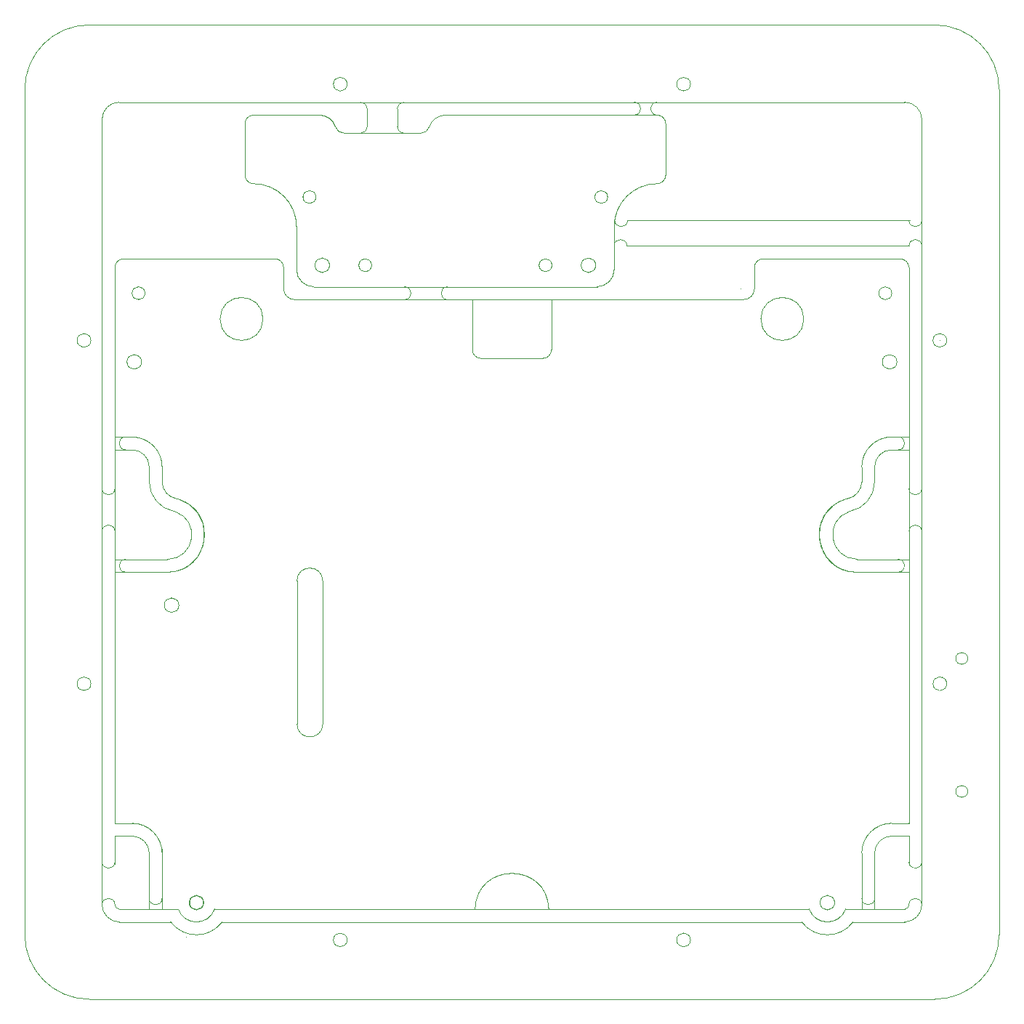
<source format=gko>
G04*
G04 #@! TF.GenerationSoftware,Altium Limited,Altium Designer,24.5.2 (23)*
G04*
G04 Layer_Color=16711935*
%FSLAX44Y44*%
%MOMM*%
G71*
G04*
G04 #@! TF.SameCoordinates,EBE0DA84-5026-4A79-9117-03B61D32DCC8*
G04*
G04*
G04 #@! TF.FilePolarity,Positive*
G04*
G01*
G75*
%ADD78C,0.1000*%
%ADD83C,0.0127*%
%ADD84C,0.0064*%
D78*
X666519Y830000D02*
G03*
X686519Y850000I0J20000D01*
G01*
X316484D02*
G03*
X336484Y830000I20000J0D01*
G01*
X266501Y1030000D02*
G03*
X256501Y1020000I0J-10000D01*
G01*
X361945Y1016000D02*
G03*
X342866Y1030000I-19079J-6000D01*
G01*
X361945Y1016000D02*
G03*
X371484Y1009000I9539J3000D01*
G01*
X461484D02*
G03*
X471023Y1016000I0J10000D01*
G01*
X490102Y1030000D02*
G03*
X471023Y1016000I0J-20000D01*
G01*
X746519Y1020000D02*
G03*
X736519Y1030000I-10000J0D01*
G01*
X316484Y900000D02*
G03*
X266499Y950000I-50000J0D01*
G01*
X256501Y960000D02*
G03*
X266499Y950000I10000J0D01*
G01*
X746551Y1020000D02*
G03*
X746551Y1020000I-32J0D01*
G01*
X338430Y1030000D02*
G03*
X338430Y1030000I-32J0D01*
G01*
X456923Y1009000D02*
G03*
X456923Y1009000I-32J0D01*
G01*
X736519Y950000D02*
G03*
X746519Y960000I0J10000D01*
G01*
X736519Y950000D02*
G03*
X686519Y900000I0J-50000D01*
G01*
X109984Y1045000D02*
G03*
X89984Y1025000I7J-20007D01*
G01*
X1044984Y1025000D02*
G03*
X1024984Y1045000I-20007J-7D01*
G01*
X89984Y110000D02*
G03*
X109984Y90000I20007J7D01*
G01*
X1024984D02*
G03*
X1044984Y110000I-7J20007D01*
G01*
X904984Y90000D02*
G03*
X964984Y90000I30000J22500D01*
G01*
X169984D02*
G03*
X229984Y90000I30000J22500D01*
G01*
X74984Y1135000D02*
G03*
X-16Y1060000I0J-75000D01*
G01*
X1059984Y0D02*
G03*
X1134984Y75000I0J75000D01*
G01*
X1134984Y1060000D02*
G03*
X1059984Y1135000I-75000J0D01*
G01*
X-16Y75000D02*
G03*
X74984Y0I75000J0D01*
G01*
X159984Y602840D02*
G03*
X176554Y583140I19990J-5D01*
G01*
X179224Y582480D02*
G03*
X176554Y583140I-5891J-18100D01*
G01*
X209483Y540999D02*
G03*
X179224Y582480I-43562J0D01*
G01*
X955744D02*
G03*
X957484Y499000I13302J-41481D01*
G01*
X1009984Y655000D02*
G03*
X974984Y620000I-4J-34996D01*
G01*
X1009984Y205000D02*
G03*
X974984Y170000I-4J-34996D01*
G01*
X958414Y583140D02*
G03*
X955744Y582480I3221J-18760D01*
G01*
X958414Y583140D02*
G03*
X974984Y602840I-3420J19695D01*
G01*
X1029921Y205062D02*
G03*
X1029984Y205000I62J0D01*
G01*
Y655000D02*
X1029984Y655000D01*
X955744Y582480D02*
G03*
X969046Y497438I13302J-41481D01*
G01*
X1009984Y655000D02*
G03*
X974984Y620000I-4J-34996D01*
G01*
X1029984Y852468D02*
G03*
X1019984Y862468I-10004J-4D01*
G01*
X710550Y815066D02*
G03*
X710484Y815000I0J-66D01*
G01*
X177484Y499000D02*
G03*
X179224Y582480I-11562J41999D01*
G01*
X159984Y602840D02*
G03*
X176554Y583140I19990J-5D01*
G01*
X179224Y582480D02*
G03*
X176554Y583140I-5891J-18100D01*
G01*
X209483Y540999D02*
G03*
X179224Y582480I-43562J0D01*
G01*
X165922Y497438D02*
G03*
X179224Y582480I0J43562D01*
G01*
X159984Y620000D02*
G03*
X124984Y655000I-34996J4D01*
G01*
X159984Y620000D02*
G03*
X124984Y655000I-34996J4D01*
G01*
X114984Y862500D02*
G03*
X104984Y852500I4J-10004D01*
G01*
X178761Y105026D02*
G03*
X221193Y104989I21223J7474D01*
G01*
X913774D02*
G03*
X956206Y105026I21209J7511D01*
G01*
X104984Y205000D02*
G03*
X105046Y205062I0J62D01*
G01*
X317064Y320620D02*
G03*
X347064Y320620I15000J0D01*
G01*
Y487310D02*
G03*
X317064Y487310I-15000J0D01*
G01*
X610465Y104988D02*
G03*
X524503Y105000I-42982J-1378D01*
G01*
X603484Y746566D02*
G03*
X613484Y756566I0J10000D01*
G01*
X521484D02*
G03*
X531484Y746566I10000J0D01*
G01*
X859980Y862500D02*
G03*
X849980Y852500I4J-10004D01*
G01*
X159984Y602840D02*
G03*
X176554Y583140I19990J-5D01*
G01*
X179224Y582480D02*
G03*
X176554Y583140I-5891J-18100D01*
G01*
X209483Y540999D02*
G03*
X179224Y582480I-43562J0D01*
G01*
X208484Y112500D02*
G03*
X208484Y112500I-8500J0D01*
G01*
X943484D02*
G03*
X943484Y112500I-8500J0D01*
G01*
X1009984Y205000D02*
G03*
X974984Y170000I-4J-34996D01*
G01*
X958414Y583140D02*
G03*
X955744Y582480I3221J-18760D01*
G01*
X958414Y583140D02*
G03*
X974984Y602840I-3420J19695D01*
G01*
X159984Y170000D02*
G03*
X124988Y205000I-34996J4D01*
G01*
X159984Y620000D02*
G03*
X124984Y655000I-34996J4D01*
G01*
X837284Y815066D02*
G03*
X849984Y827766I0J12700D01*
G01*
X301484Y827766D02*
G03*
X314184Y815066I12700J0D01*
G01*
X301488Y852500D02*
G03*
X291488Y862500I-10004J-4D01*
G01*
X736635Y950014D02*
G03*
X746635Y960014I0J10000D01*
G01*
Y1020014D02*
G03*
X736649Y1030000I-9986J0D01*
G01*
X960982Y568351D02*
G03*
X969703Y512595I8721J-27196D01*
G01*
X1009979Y640004D02*
G03*
X989977Y620002I-3J-20000D01*
G01*
X165922Y512439D02*
G03*
X174643Y568195I0J28560D01*
G01*
X165922Y497438D02*
G03*
X179224Y582480I0J43562D01*
G01*
X117484Y512500D02*
G03*
X117484Y497500I0J-7500D01*
G01*
X144988Y620002D02*
G03*
X124986Y640004I-20000J3D01*
G01*
X104984Y545000D02*
G03*
X89984Y545000I-7500J0D01*
G01*
X144973Y602844D02*
G03*
X173986Y568351I35000J-9D01*
G01*
X117484Y512500D02*
G03*
X117484Y497500I0J-7500D01*
G01*
X117423Y655067D02*
G03*
X117423Y640067I0J-7500D01*
G01*
X89984Y595000D02*
G03*
X104984Y595000I7500J0D01*
G01*
X104991Y110006D02*
G03*
X109989Y105007I5000J2D01*
G01*
X144988Y170002D02*
G03*
X124986Y190004I-20000J3D01*
G01*
X144922Y117438D02*
G03*
X159922Y117438I7500J0D01*
G01*
X104991Y110006D02*
G03*
X89991Y110006I-7500J0D01*
G01*
Y160005D02*
G03*
X104991Y160005I7500J0D01*
G01*
X709984Y1030000D02*
G03*
X709984Y1045000I0J7500D01*
G01*
X736519D02*
G03*
X736519Y1030000I0J-7500D01*
G01*
X433806Y1016435D02*
G03*
X441306Y1008935I7500J0D01*
G01*
X441306Y1044935D02*
G03*
X433806Y1037435I0J-7500D01*
G01*
X398984Y1037500D02*
G03*
X391484Y1045000I-7500J0D01*
G01*
X391484Y1009000D02*
G03*
X398984Y1016500I0J7500D01*
G01*
X687250Y907500D02*
G03*
X702250Y907500I7500J0D01*
G01*
X701524Y877500D02*
G03*
X686524Y877500I-7500J0D01*
G01*
X1044984D02*
G03*
X1029984Y877500I-7500J0D01*
G01*
X1029984Y907500D02*
G03*
X1044984Y907500I7500J0D01*
G01*
X492484Y830000D02*
G03*
X492484Y815000I0J-7500D01*
G01*
X442484D02*
G03*
X442484Y830000I0J7500D01*
G01*
X114984Y862500D02*
G03*
X104984Y852500I4J-10004D01*
G01*
X1029977Y160005D02*
G03*
X1044977Y160005I7500J0D01*
G01*
Y110006D02*
G03*
X1029977Y110006I-7500J0D01*
G01*
X975046Y117438D02*
G03*
X990046Y117438I7500J0D01*
G01*
X1009982Y190004D02*
G03*
X989979Y170002I-3J-20000D01*
G01*
X1024978Y105007D02*
G03*
X1029977Y110006I-2J5000D01*
G01*
X1029984Y595000D02*
G03*
X1044984Y595000I7500J0D01*
G01*
X1017544Y640067D02*
G03*
X1017544Y655067I0J7500D01*
G01*
X1017484Y497500D02*
G03*
X1017484Y512500I0J7500D01*
G01*
X1009984Y655000D02*
G03*
X974984Y620000I-4J-34996D01*
G01*
X960982Y568351D02*
G03*
X989994Y602844I-5987J34484D01*
G01*
X955744Y582480D02*
G03*
X969046Y497438I13302J-41481D01*
G01*
X1044984Y545000D02*
G03*
X1029984Y545000I-7500J0D01*
G01*
X109984Y1045000D02*
G03*
X89984Y1025000I7J-20007D01*
G01*
X1044984Y1025000D02*
G03*
X1024984Y1045000I-20007J-7D01*
G01*
X89984Y110000D02*
G03*
X109984Y90000I20007J7D01*
G01*
X1024984D02*
G03*
X1044984Y110000I-7J20007D01*
G01*
X904984Y90000D02*
G03*
X964984Y90000I30000J22500D01*
G01*
X913774Y104989D02*
G03*
X956206Y105026I21209J7511D01*
G01*
X178761D02*
G03*
X221193Y104989I21223J7474D01*
G01*
X169984Y90000D02*
G03*
X229984Y90000I30000J22500D01*
G01*
X177484Y499000D02*
G03*
X179224Y582480I-11562J41999D01*
G01*
X456923Y1009000D02*
G03*
X456923Y1009000I-32J0D01*
G01*
X338430Y1030000D02*
G03*
X338430Y1030000I-32J0D01*
G01*
X746551Y1020000D02*
G03*
X746551Y1020000I-32J0D01*
G01*
X256501Y960000D02*
G03*
X266499Y950000I10000J0D01*
G01*
X316484Y900000D02*
G03*
X266499Y950000I-50000J0D01*
G01*
X746519Y1020000D02*
G03*
X736519Y1030000I-10000J0D01*
G01*
X490102D02*
G03*
X471023Y1016000I0J-20000D01*
G01*
X461484Y1009000D02*
G03*
X471023Y1016000I0J10000D01*
G01*
X361945D02*
G03*
X371484Y1009000I9539J3000D01*
G01*
X361945Y1016000D02*
G03*
X342866Y1030000I-19079J-6000D01*
G01*
X266501D02*
G03*
X256501Y1020000I0J-10000D01*
G01*
X316484Y850000D02*
G03*
X336484Y830000I20000J0D01*
G01*
X666519D02*
G03*
X686519Y850000I0J20000D01*
G01*
X74984Y1135000D02*
G03*
X-16Y1060000I0J-75000D01*
G01*
X1059984Y0D02*
G03*
X1134984Y75000I0J75000D01*
G01*
X1134984Y1060000D02*
G03*
X1059984Y1135000I-75000J0D01*
G01*
X-16Y75000D02*
G03*
X74984Y0I75000J0D01*
G01*
X316484Y850000D02*
Y900000D01*
X256501Y960000D02*
Y1020000D01*
X266501Y1030000D02*
X342866D01*
X371484Y1009000D02*
X401485D01*
X431483D02*
X461484D01*
X686519Y850000D02*
Y900000D01*
X401485Y1009000D02*
X431483D01*
X746519Y960000D02*
Y1020000D01*
X490102Y1030000D02*
X736519D01*
X336484Y830000D02*
X666519D01*
X109984Y90000D02*
X169984D01*
X964984D02*
X1024984D01*
X109984Y1045000D02*
X1024984Y1045000D01*
X89984Y110000D02*
X89984Y1025000D01*
X-16Y75000D02*
Y1060000D01*
X74984Y1135000D02*
X1059984D01*
X1044984Y110000D02*
Y1025000D01*
X1134984Y75000D02*
Y1060000D01*
X229984Y90000D02*
X904984Y90000D01*
X74984Y-0D02*
X1059984D01*
X1009984Y655000D02*
X1029984D01*
X974984Y105000D02*
Y170000D01*
X1009984Y205000D02*
X1022484D01*
X974984Y602840D02*
Y620000D01*
X1029921Y205062D02*
Y497438D01*
X969046D02*
X1029921D01*
X1029984Y655000D02*
Y852468D01*
X104984Y655000D02*
X124984D01*
X159984Y602840D02*
Y620000D01*
Y602840D02*
Y620000D01*
X104984Y655000D02*
Y852500D01*
Y655000D02*
X124984D01*
X159984Y105000D02*
Y174726D01*
X221258Y105000D02*
X524514Y105000D01*
X160010Y105026D02*
X178761D01*
X956206D02*
X974958D01*
X974984Y105000D01*
X105046Y205062D02*
Y497438D01*
X104984Y205000D02*
X124984D01*
X105046Y497438D02*
X165922D01*
X317064Y320620D02*
Y487310D01*
X347064Y320620D02*
Y487310D01*
X1029862Y835698D02*
X1029973Y835809D01*
X104734Y811000D02*
X104965Y811232D01*
X610465Y104989D02*
X913774Y104989D01*
X613484Y756566D02*
Y815066D01*
X531484Y746566D02*
X603484D01*
X521484Y756566D02*
Y815066D01*
X314184D02*
X521484D01*
X613484D02*
X820784D01*
X837284D01*
X1019984Y862468D02*
Y862500D01*
X114984Y862500D02*
X281488D01*
Y862500D01*
X1009984Y655000D02*
X1029984D01*
X104984D02*
X124984D01*
X974984Y105000D02*
Y170000D01*
X1009984Y205000D02*
X1029984D01*
X974984Y602840D02*
Y620000D01*
X159984Y105000D02*
Y170000D01*
Y602840D02*
Y620000D01*
X859980Y862500D02*
X1019984D01*
X849984Y827766D02*
Y852496D01*
X849980Y852500D02*
X849984Y852496D01*
X281488Y862500D02*
X291488D01*
X301488Y827770D02*
Y852504D01*
X746635Y960014D02*
Y1020014D01*
X736519Y1030000D02*
X736649D01*
X89991Y110006D02*
Y160005D01*
X1009984Y204968D02*
X1029984D01*
X974984Y104968D02*
Y169968D01*
X1009984Y654968D02*
X1029984D01*
X105046Y512438D02*
X165922D01*
X105046Y497438D02*
X165922D01*
X1029984Y205000D02*
Y852250D01*
X104984Y205000D02*
Y852250D01*
X144973Y602844D02*
Y620004D01*
X104986Y640004D02*
X124986D01*
X144988Y105004D02*
Y170002D01*
X109989Y105007D02*
X144985D01*
X104988Y190004D02*
X124986D01*
X104988D02*
X104991Y190001D01*
Y157500D02*
Y190001D01*
X144988Y105004D02*
X159988D01*
X433806Y1016435D02*
Y1037435D01*
X398984Y1016500D02*
Y1037500D01*
X401485Y1009000D02*
X431483D01*
X701524Y877500D02*
X1029984D01*
X702250Y907500D02*
X1030710D01*
X974979Y105004D02*
X989979D01*
X1029977Y157500D02*
Y190001D01*
X1029979Y190004D01*
X1009982D02*
X1029979D01*
X989983Y105007D02*
X1024978D01*
X989979Y105004D02*
X989983Y105007D01*
X989979Y105004D02*
Y170002D01*
X1009982Y640004D02*
X1029982D01*
X989994Y602844D02*
Y620004D01*
X969046Y512438D02*
X1029921D01*
X969046Y497438D02*
X1029921D01*
X109984Y90000D02*
X169984D01*
X964984D02*
X1024984D01*
X956329Y105000D02*
X974984D01*
X159984Y105000D02*
X178638D01*
X221258D02*
X913714Y105000D01*
X379388Y815000D02*
X755580Y815000D01*
X336484Y830000D02*
X666519D01*
X490102Y1030000D02*
X736519D01*
X746519Y967300D02*
Y1020000D01*
X686519Y850000D02*
Y900000D01*
X431483Y1009000D02*
X461484D01*
X371484D02*
X401485D01*
X266501Y1030000D02*
X342866D01*
X256501Y960000D02*
Y1020000D01*
X316484Y850000D02*
Y900000D01*
X109984Y1045000D02*
X1024984Y1045000D01*
X89984Y110000D02*
X89984Y1025000D01*
X-16Y75000D02*
Y1060000D01*
X74984Y1135000D02*
X1059984D01*
X1044984Y110000D02*
Y1025000D01*
X1134984Y75000D02*
Y1060000D01*
X229984Y90000D02*
X904984Y90000D01*
X74984Y-0D02*
X1059984D01*
X362061Y1016014D02*
G03*
X371600Y1009014I9539J3000D01*
G01*
X461600D02*
G03*
X471139Y1016014I0J10000D01*
G01*
X490218Y1030014D02*
G03*
X471139Y1016014I0J-20000D01*
G01*
X736635Y950014D02*
G03*
X686635Y900014I0J-50000D01*
G01*
X736635Y950014D02*
G03*
X746635Y960014I0J10000D01*
G01*
X256618D02*
G03*
X266615Y950014I10000J0D01*
G01*
X316600Y900014D02*
G03*
X266615Y950014I-50000J0D01*
G01*
X746635Y1020014D02*
G03*
X736635Y1030014I-10000J0D01*
G01*
X362061Y1016014D02*
G03*
X342982Y1030014I-19079J-6000D01*
G01*
X266618D02*
G03*
X256618Y1020014I0J-10000D01*
G01*
X316600Y850014D02*
G03*
X336600Y830014I20000J0D01*
G01*
X666635D02*
G03*
X686635Y850014I0J20000D01*
G01*
X316600D02*
Y900014D01*
X256618Y960014D02*
Y1020014D01*
X431599Y1009014D02*
X461600D01*
X686635Y850014D02*
Y900014D01*
X746635Y967314D02*
Y1020014D01*
X746751Y960027D02*
Y1020027D01*
X336600Y830014D02*
X666635D01*
X490218Y1030014D02*
X736635D01*
X401601Y1009014D02*
X431599D01*
X371600D02*
X401601D01*
X266618Y1030014D02*
X342982D01*
X0Y75000D02*
G03*
X75000Y0I75000J0D01*
G01*
X1135000Y1060000D02*
G03*
X1060000Y1135000I-75000J0D01*
G01*
X1060000Y0D02*
G03*
X1135000Y75000I0J75000D01*
G01*
X75000Y1135000D02*
G03*
X0Y1060000I0J-75000D01*
G01*
X170000Y90000D02*
G03*
X230000Y90000I30000J22500D01*
G01*
X905000D02*
G03*
X965000Y90000I30000J22500D01*
G01*
X1025000Y90000D02*
G03*
X1045000Y110000I-7J20007D01*
G01*
X90000D02*
G03*
X110000Y90000I20007J7D01*
G01*
X1045000Y1025000D02*
G03*
X1025000Y1045000I-20007J-7D01*
G01*
X110000Y1045000D02*
G03*
X90000Y1025000I7J-20007D01*
G01*
X75000Y0D02*
X1060000D01*
X230000Y90000D02*
X905000Y90000D01*
X1135000Y75000D02*
Y1060000D01*
X1045000Y110000D02*
Y1025000D01*
X75000Y1135000D02*
X1060000D01*
X0Y75000D02*
Y1060000D01*
X90000Y110000D02*
X90000Y1025000D01*
X110000Y1045000D02*
X1025000Y1045000D01*
X965000Y90000D02*
X1025000D01*
X110000D02*
X170000D01*
X301469Y852417D02*
G03*
X291469Y862417I-10004J-4D01*
G01*
X301465Y827683D02*
G03*
X314165Y814983I12700J0D01*
G01*
X837265Y814983D02*
G03*
X849965Y827683I0J12700D01*
G01*
X159965Y619917D02*
G03*
X124965Y654917I-34996J4D01*
G01*
X159965Y169917D02*
G03*
X124969Y204917I-34996J4D01*
G01*
X958395Y583057D02*
G03*
X974965Y602757I-3420J19695D01*
G01*
X958395Y583057D02*
G03*
X955725Y582397I3221J-18760D01*
G01*
X1009965Y204917D02*
G03*
X974965Y169917I-4J-34996D01*
G01*
X943465Y112417D02*
G03*
X943465Y112417I-8500J0D01*
G01*
X208465D02*
G03*
X208465Y112417I-8500J0D01*
G01*
X209465Y540916D02*
G03*
X179205Y582397I-43562J0D01*
G01*
D02*
G03*
X176535Y583057I-5891J-18100D01*
G01*
X159965Y602757D02*
G03*
X176535Y583057I19990J-5D01*
G01*
X859961Y862417D02*
G03*
X849961Y852417I4J-10004D01*
G01*
X521465Y756483D02*
G03*
X531465Y746483I10000J0D01*
G01*
X603465D02*
G03*
X613465Y756483I0J10000D01*
G01*
X610447Y104905D02*
G03*
X524484Y104917I-42982J-1378D01*
G01*
X347045Y487227D02*
G03*
X317045Y487227I-15000J0D01*
G01*
Y320537D02*
G03*
X347045Y320537I15000J0D01*
G01*
X104965Y204917D02*
G03*
X105028Y204979I0J62D01*
G01*
X913756Y104906D02*
G03*
X956188Y104943I21209J7511D01*
G01*
X178743D02*
G03*
X221175Y104906I21223J7474D01*
G01*
X114965Y862417D02*
G03*
X104965Y852417I4J-10004D01*
G01*
X159965Y619917D02*
G03*
X124965Y654917I-34996J4D01*
G01*
X159965Y619917D02*
G03*
X124965Y654917I-34996J4D01*
G01*
X165903Y497355D02*
G03*
X179205Y582397I0J43562D01*
G01*
X209465Y540916D02*
G03*
X179205Y582397I-43562J0D01*
G01*
D02*
G03*
X176535Y583057I-5891J-18100D01*
G01*
X159965Y602757D02*
G03*
X176535Y583057I19990J-5D01*
G01*
X177465Y498917D02*
G03*
X179205Y582397I-11562J41999D01*
G01*
X710531Y814983D02*
G03*
X710465Y814917I0J-66D01*
G01*
X1029965Y852385D02*
G03*
X1019965Y862385I-10004J-4D01*
G01*
X1009965Y654917D02*
G03*
X974965Y619917I-4J-34996D01*
G01*
X955725Y582397D02*
G03*
X969027Y497355I13302J-41481D01*
G01*
X1029965Y654917D02*
X1029965Y654917D01*
X1029903Y204979D02*
G03*
X1029965Y204917I62J0D01*
G01*
X188113Y72417D02*
G03*
X188113Y72417I-32J0D01*
G01*
X958395Y583057D02*
G03*
X974965Y602757I-3420J19695D01*
G01*
X958395Y583057D02*
G03*
X955725Y582397I3221J-18760D01*
G01*
X1009965Y204917D02*
G03*
X974965Y169917I-4J-34996D01*
G01*
X1009965Y654917D02*
G03*
X974965Y619917I-4J-34996D01*
G01*
X955725Y582397D02*
G03*
X957465Y498917I13302J-41481D01*
G01*
X209465Y540916D02*
G03*
X179205Y582397I-43562J0D01*
G01*
D02*
G03*
X176535Y583057I-5891J-18100D01*
G01*
X159965Y602757D02*
G03*
X176535Y583057I19990J-5D01*
G01*
X301469Y827687D02*
Y852421D01*
X281469Y862417D02*
X291469D01*
X849961Y852417D02*
X849965Y852413D01*
Y827683D02*
Y852413D01*
X859961Y862417D02*
X1019965D01*
X159965Y602757D02*
Y619917D01*
Y104917D02*
Y169917D01*
X974965Y602757D02*
Y619917D01*
X1009965Y204917D02*
X1029965D01*
X974965Y104917D02*
Y169917D01*
X104965Y654917D02*
X124965D01*
X1009965D02*
X1029965D01*
X281469Y862417D02*
Y862417D01*
X114965Y862417D02*
X281469D01*
X1019965Y862385D02*
Y862417D01*
X820765Y814983D02*
X837265D01*
X833465Y827683D02*
X833465D01*
X613465Y814983D02*
X820765D01*
X314165D02*
X521465D01*
Y756483D02*
Y814983D01*
X531465Y746483D02*
X603465D01*
X613465Y756483D02*
Y814983D01*
X610447Y104906D02*
X913756Y104906D01*
X104715Y810917D02*
X104947Y811149D01*
X1029843Y835615D02*
X1029954Y835726D01*
X347045Y320537D02*
Y487227D01*
X317045Y320537D02*
Y487227D01*
X105028Y497355D02*
X165903D01*
X104965Y204917D02*
X124965D01*
X105028Y204979D02*
Y497355D01*
X974939Y104943D02*
X974965Y104917D01*
X956188Y104943D02*
X974939D01*
X159992D02*
X178743D01*
X221239Y104917D02*
X524495Y104917D01*
X159965Y104917D02*
Y174643D01*
X104965Y654917D02*
X124965D01*
X104965D02*
Y852417D01*
X159965Y602757D02*
Y619917D01*
Y602757D02*
Y619917D01*
X104965Y654917D02*
X124965D01*
X1029965Y654917D02*
Y852385D01*
X969027Y497355D02*
X1029903D01*
Y204979D02*
Y497355D01*
X974965Y602757D02*
Y619917D01*
X1009965Y204917D02*
X1022465D01*
X974965Y104917D02*
Y169917D01*
X1009965Y654917D02*
X1029965D01*
D83*
X403984Y855000D02*
G03*
X403984Y855000I-7500J0D01*
G01*
X614019D02*
G03*
X614019Y855000I-7500J0D01*
G01*
X354984D02*
G03*
X354984Y855000I-8500J0D01*
G01*
X665019D02*
G03*
X665019Y855000I-8500J0D01*
G01*
Y855000D02*
G03*
X648019Y855000I-8500J0D01*
G01*
X339019Y934500D02*
G03*
X339019Y934500I-7500J0D01*
G01*
X678984D02*
G03*
X678984Y934500I-7500J0D01*
G01*
X76984Y367500D02*
G03*
X76984Y367500I-8000J0D01*
G01*
Y767500D02*
G03*
X76984Y767500I-8000J0D01*
G01*
X375484Y1066000D02*
G03*
X375484Y1066000I-8000J0D01*
G01*
X775484D02*
G03*
X775484Y1066000I-8000J0D01*
G01*
X1073984Y767500D02*
G03*
X1073984Y767500I-8000J0D01*
G01*
Y367500D02*
G03*
X1073984Y367500I-8000J0D01*
G01*
X775484Y69000D02*
G03*
X775484Y69000I-8000J0D01*
G01*
X375484D02*
G03*
X375484Y69000I-8000J0D01*
G01*
X375452Y1066000D02*
G03*
X375452Y1066000I-8000J0D01*
G01*
X76984Y367468D02*
G03*
X76984Y367468I-8000J0D01*
G01*
X1073984Y767532D02*
G03*
X1073984Y767532I-8000J0D01*
G01*
X775516Y69000D02*
G03*
X775516Y69000I-8000J0D01*
G01*
X1098524Y396980D02*
G03*
X1098524Y396980I-7000J0D01*
G01*
Y242040D02*
G03*
X1098524Y242040I-7000J0D01*
G01*
X208484Y112500D02*
G03*
X208484Y112500I-8500J0D01*
G01*
X943484D02*
G03*
X943484Y112500I-8500J0D01*
G01*
X208484D02*
G03*
X208484Y112500I-8500J0D01*
G01*
X179501Y459000D02*
G03*
X179501Y459000I-8500J0D01*
G01*
X907484Y792500D02*
G03*
X907484Y792500I-25000J0D01*
G01*
X1009984Y822500D02*
G03*
X1009984Y822500I-7500J0D01*
G01*
X139984D02*
G03*
X139984Y822500I-7500J0D01*
G01*
X135984Y742500D02*
G03*
X135984Y742500I-8500J0D01*
G01*
X1015984D02*
G03*
X1015984Y742500I-8500J0D01*
G01*
X277484Y792500D02*
G03*
X277484Y792500I-25000J0D01*
G01*
Y792468D02*
G03*
X277484Y792468I-25000J0D01*
G01*
X1015984Y742468D02*
G03*
X1015984Y742468I-8500J0D01*
G01*
X135984D02*
G03*
X135984Y742468I-8500J0D01*
G01*
X139984Y822468D02*
G03*
X139984Y822468I-7500J0D01*
G01*
X1009984D02*
G03*
X1009984Y822468I-7500J0D01*
G01*
X907484Y792468D02*
G03*
X907484Y792468I-25000J0D01*
G01*
X375484Y69000D02*
G03*
X375484Y69000I-8000J0D01*
G01*
X207984Y112500D02*
G03*
X207984Y112500I-8000J0D01*
G01*
X179501Y459000D02*
G03*
X179501Y459000I-8500J0D01*
G01*
X354984Y855000D02*
G03*
X354984Y855000I-8500J0D01*
G01*
X678984Y934500D02*
G03*
X678984Y934500I-7500J0D01*
G01*
X339019D02*
G03*
X339019Y934500I-7500J0D01*
G01*
X665019Y855000D02*
G03*
X665019Y855000I-8500J0D01*
G01*
X614019D02*
G03*
X614019Y855000I-7500J0D01*
G01*
X403984D02*
G03*
X403984Y855000I-7500J0D01*
G01*
X76984Y367500D02*
G03*
X76984Y367500I-8000J0D01*
G01*
Y767500D02*
G03*
X76984Y767500I-8000J0D01*
G01*
X375484Y1066000D02*
G03*
X375484Y1066000I-8000J0D01*
G01*
X775484D02*
G03*
X775484Y1066000I-8000J0D01*
G01*
X1073984Y767500D02*
G03*
X1073984Y767500I-8000J0D01*
G01*
Y367500D02*
G03*
X1073984Y367500I-8000J0D01*
G01*
X775484Y69000D02*
G03*
X775484Y69000I-8000J0D01*
G01*
X375484D02*
G03*
X375484Y69000I-8000J0D01*
G01*
X665135Y855014D02*
G03*
X665135Y855014I-8500J0D01*
G01*
X679100Y934514D02*
G03*
X679100Y934514I-7500J0D01*
G01*
X339135D02*
G03*
X339135Y934514I-7500J0D01*
G01*
X355100Y855014D02*
G03*
X355100Y855014I-8500J0D01*
G01*
X614135D02*
G03*
X614135Y855014I-7500J0D01*
G01*
X404100D02*
G03*
X404100Y855014I-7500J0D01*
G01*
X1098540Y242040D02*
G03*
X1098540Y242040I-7000J0D01*
G01*
Y396980D02*
G03*
X1098540Y396980I-7000J0D01*
G01*
X775532Y69000D02*
G03*
X775532Y69000I-8000J0D01*
G01*
X1074000Y767532D02*
G03*
X1074000Y767532I-8000J0D01*
G01*
X77000Y367468D02*
G03*
X77000Y367468I-8000J0D01*
G01*
X375468Y1066000D02*
G03*
X375468Y1066000I-8000J0D01*
G01*
X375500Y69000D02*
G03*
X375500Y69000I-8000J0D01*
G01*
X775500D02*
G03*
X775500Y69000I-8000J0D01*
G01*
X1074000Y367500D02*
G03*
X1074000Y367500I-8000J0D01*
G01*
Y767500D02*
G03*
X1074000Y767500I-8000J0D01*
G01*
X775500Y1066000D02*
G03*
X775500Y1066000I-8000J0D01*
G01*
X375500D02*
G03*
X375500Y1066000I-8000J0D01*
G01*
X77000Y767500D02*
G03*
X77000Y767500I-8000J0D01*
G01*
Y367500D02*
G03*
X77000Y367500I-8000J0D01*
G01*
X277465Y792417D02*
G03*
X277465Y792417I-25000J0D01*
G01*
X1015965Y742417D02*
G03*
X1015965Y742417I-8500J0D01*
G01*
X135965D02*
G03*
X135965Y742417I-8500J0D01*
G01*
X139965Y822417D02*
G03*
X139965Y822417I-7500J0D01*
G01*
X1009965D02*
G03*
X1009965Y822417I-7500J0D01*
G01*
X907465Y792417D02*
G03*
X907465Y792417I-25000J0D01*
G01*
X179483Y458917D02*
G03*
X179483Y458917I-8500J0D01*
G01*
X208465Y112417D02*
G03*
X208465Y112417I-8500J0D01*
G01*
X943465D02*
G03*
X943465Y112417I-8500J0D01*
G01*
X208465D02*
G03*
X208465Y112417I-8500J0D01*
G01*
D84*
X398740Y847838D02*
G03*
X398740Y847838I-32J0D01*
G01*
X394291Y862162D02*
G03*
X394291Y862162I-32J0D01*
G01*
X352839Y860680D02*
G03*
X352839Y860680I-32J0D01*
G01*
X340192Y849320D02*
G03*
X340192Y849320I-32J0D01*
G01*
X66297Y759976D02*
G03*
X66297Y759976I-32J0D01*
G01*
X71734Y775024D02*
G03*
X71734Y775024I-32J0D01*
G01*
X759992Y1068718D02*
G03*
X759992Y1068718I-32J0D01*
G01*
X775040Y1063282D02*
G03*
X775040Y1063282I-32J0D01*
G01*
X1068734Y375024D02*
G03*
X1068734Y375024I-32J0D01*
G01*
X1063297Y359976D02*
G03*
X1063297Y359976I-32J0D01*
G01*
X375040Y66282D02*
G03*
X375040Y66282I-32J0D01*
G01*
X359992Y71718D02*
G03*
X359992Y71718I-32J0D01*
G01*
X135796Y740580D02*
G03*
X135796Y740580I-32J0D01*
G01*
X119235Y744420D02*
G03*
X119235Y744420I-32J0D01*
G01*
X995302Y820446D02*
G03*
X995302Y820446I-32J0D01*
G01*
X1009729Y824554D02*
G03*
X1009729Y824554I-32J0D01*
G01*
Y824522D02*
G03*
X1009729Y824522I-32J0D01*
G01*
X995302Y820414D02*
G03*
X995302Y820414I-32J0D01*
G01*
X119235Y744388D02*
G03*
X119235Y744388I-32J0D01*
G01*
X135796Y740548D02*
G03*
X135796Y740548I-32J0D01*
G01*
X340192Y849320D02*
G03*
X340192Y849320I-32J0D01*
G01*
X352839Y860680D02*
G03*
X352839Y860680I-32J0D01*
G01*
X394291Y862162D02*
G03*
X394291Y862162I-32J0D01*
G01*
X398740Y847838D02*
G03*
X398740Y847838I-32J0D01*
G01*
X66297Y759976D02*
G03*
X66297Y759976I-32J0D01*
G01*
X71734Y775024D02*
G03*
X71734Y775024I-32J0D01*
G01*
X759992Y1068718D02*
G03*
X759992Y1068718I-32J0D01*
G01*
X775040Y1063282D02*
G03*
X775040Y1063282I-32J0D01*
G01*
X1068734Y375024D02*
G03*
X1068734Y375024I-32J0D01*
G01*
X1063297Y359976D02*
G03*
X1063297Y359976I-32J0D01*
G01*
X375040Y66282D02*
G03*
X375040Y66282I-32J0D01*
G01*
X359992Y71718D02*
G03*
X359992Y71718I-32J0D01*
G01*
X360008Y71718D02*
G03*
X360008Y71718I-32J0D01*
G01*
X375056Y66282D02*
G03*
X375056Y66282I-32J0D01*
G01*
X1066032Y767500D02*
G03*
X1066032Y767500I-32J0D01*
G01*
X1063314Y359976D02*
G03*
X1063314Y359976I-32J0D01*
G01*
X1068750Y375024D02*
G03*
X1068750Y375024I-32J0D01*
G01*
X775056Y1063282D02*
G03*
X775056Y1063282I-32J0D01*
G01*
X760008Y1068718D02*
G03*
X760008Y1068718I-32J0D01*
G01*
X71750Y775024D02*
G03*
X71750Y775024I-32J0D01*
G01*
X66314Y759976D02*
G03*
X66314Y759976I-32J0D01*
G01*
X1009710Y824471D02*
G03*
X1009710Y824471I-32J0D01*
G01*
X995284Y820363D02*
G03*
X995284Y820363I-32J0D01*
G01*
X119217Y744337D02*
G03*
X119217Y744337I-32J0D01*
G01*
X135777Y740497D02*
G03*
X135777Y740497I-32J0D01*
G01*
X359973Y71635D02*
G03*
X359973Y71635I-32J0D01*
G01*
M02*

</source>
